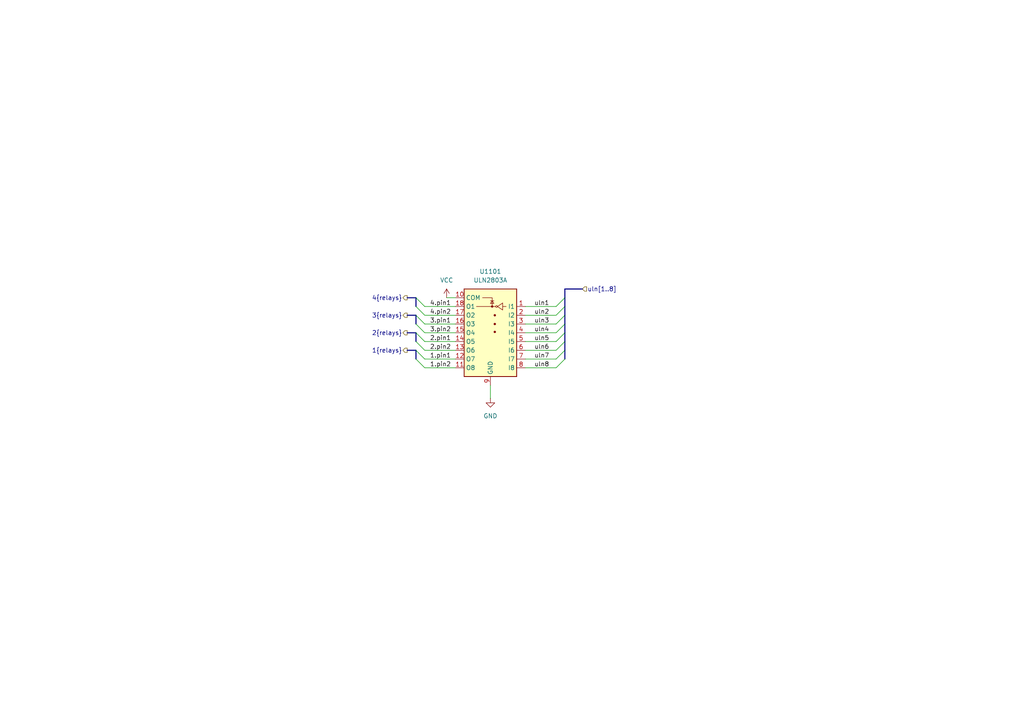
<source format=kicad_sch>
(kicad_sch (version 20231120) (generator "eeschema") (generator_version "8.0")
  (paper "A4")
  (lib_symbols
    (symbol "Transistor_Array:ULN2803A"
      (property "Reference" "U" (at 0 13.335 0))
      (property "Value" "ULN2803A" (at 0 11.43 0))
      (symbol "ULN2803A_0_1"
        (rectangle (start -7.62 -15.24) (end 7.62 10.16) (stroke (width 0.254)) (fill (type background)))
        (circle (center -1.778 5.08) (radius 0.254))
        (circle (center -1.27 -2.286) (radius 0.254) (fill (type outline)))
        (circle (center -1.27 0) (radius 0.254) (fill (type outline)))
        (circle (center -1.27 2.54) (radius 0.254) (fill (type outline)))
        (circle (center -0.508 5.08) (radius 0.254) (fill (type outline)))
        (polyline (pts (xy -4.572 5.08) (xy -3.556 5.08)))
        (polyline (pts (xy -1.524 5.08) (xy 4.064 5.08)))
        (polyline (pts (xy 0 6.731) (xy -1.016 6.731)))
        (polyline (pts (xy -0.508 5.08) (xy -0.508 7.62) (xy 2.286 7.62)))
        (polyline (pts (xy -3.556 6.096) (xy -3.556 4.064) (xy -2.032 5.08) (xy -3.556 6.096)))
        (polyline (pts (xy 0 5.969) (xy -1.016 5.969) (xy -0.508 6.731) (xy 0 5.969)))
      )
      (symbol "ULN2803A_1_1"
        (pin input line (at -10.16 5.08 0) (length 2.54) (name "I1") (number "1"))
        (pin passive line (at 10.16 7.62 180) (length 2.54) (name "COM") (number "10"))
        (pin open_collector line (at 10.16 -12.7 180) (length 2.54) (name "O8") (number "11"))
        (pin open_collector line (at 10.16 -10.16 180) (length 2.54) (name "O7") (number "12"))
        (pin open_collector line (at 10.16 -7.62 180) (length 2.54) (name "O6") (number "13"))
        (pin open_collector line (at 10.16 -5.08 180) (length 2.54) (name "O5") (number "14"))
        (pin open_collector line (at 10.16 -2.54 180) (length 2.54) (name "O4") (number "15"))
        (pin open_collector line (at 10.16 0 180) (length 2.54) (name "O3") (number "16"))
        (pin open_collector line (at 10.16 2.54 180) (length 2.54) (name "O2") (number "17"))
        (pin open_collector line (at 10.16 5.08 180) (length 2.54) (name "O1") (number "18"))
        (pin input line (at -10.16 2.54 0) (length 2.54) (name "I2") (number "2"))
        (pin input line (at -10.16 0 0) (length 2.54) (name "I3") (number "3"))
        (pin input line (at -10.16 -2.54 0) (length 2.54) (name "I4") (number "4"))
        (pin input line (at -10.16 -5.08 0) (length 2.54) (name "I5") (number "5"))
        (pin input line (at -10.16 -7.62 0) (length 2.54) (name "I6") (number "6"))
        (pin input line (at -10.16 -10.16 0) (length 2.54) (name "I7") (number "7"))
        (pin input line (at -10.16 -12.7 0) (length 2.54) (name "I8") (number "8"))
        (pin power_in line (at 0 -17.78 90) (length 2.54) (name "GND") (number "9"))
      )
    )
    (symbol "power:GND" (power) (pin_numbers hide) (pin_names (offset 0) hide)
      (property "Value" "GND" (at 0 -3.81 0))
      (symbol "GND_0_1"
        (polyline (pts (xy 0 0) (xy 0 -1.27) (xy 1.27 -1.27) (xy 0 -2.54) (xy -1.27 -1.27) (xy 0 -1.27)))
      )
      (symbol "GND_1_1"
        (pin power_in line (at 0 0 270) (length 0) (name "~") (number "1"))
      )
    )
    (symbol "power:VCC" (power) (pin_numbers hide) (pin_names (offset 0) hide)
      (property "Value" "VCC" (at 0 3.556 0))
      (symbol "VCC_0_1"
        (polyline (pts (xy -0.762 1.27) (xy 0 2.54)))
        (polyline (pts (xy 0 0) (xy 0 2.54)))
        (polyline (pts (xy 0 2.54) (xy 0.762 1.27)))
      )
      (symbol "VCC_1_1"
        (pin power_in line (at 0 0 90) (length 0) (name "~") (number "1"))
      )
    )
  )
  (bus_alias "relays" (members "pin1" "pin2"))
  (bus_entry (at 161.29 93.98) (size 2.54 -2.54))
  (bus_entry (at 161.29 99.06) (size 2.54 -2.54))
  (bus_entry (at 123.19 91.44) (size -2.54 -2.54))
  (bus_entry (at 161.29 104.14) (size 2.54 -2.54))
  (bus_entry (at 161.29 91.44) (size 2.54 -2.54))
  (bus_entry (at 161.29 88.9) (size 2.54 -2.54))
  (bus_entry (at 123.19 106.68) (size -2.54 -2.54))
  (bus_entry (at 123.19 104.14) (size -2.54 -2.54))
  (bus_entry (at 123.19 101.6) (size -2.54 -2.54))
  (bus_entry (at 161.29 106.68) (size 2.54 -2.54))
  (bus_entry (at 123.19 96.52) (size -2.54 -2.54))
  (bus_entry (at 161.29 96.52) (size 2.54 -2.54))
  (bus_entry (at 123.19 99.06) (size -2.54 -2.54))
  (bus_entry (at 123.19 93.98) (size -2.54 -2.54))
  (bus_entry (at 123.19 88.9) (size -2.54 -2.54))
  (bus_entry (at 161.29 101.6) (size 2.54 -2.54))
  (bus (pts (xy 120.65 96.52) (xy 120.65 99.06)))
  (bus (pts (xy 163.83 88.9) (xy 163.83 86.36)))
  (wire (pts (xy 123.19 101.6) (xy 132.08 101.6)))
  (wire (pts (xy 123.19 106.68) (xy 132.08 106.68)))
  (wire (pts (xy 123.19 88.9) (xy 132.08 88.9)))
  (bus (pts (xy 120.65 101.6) (xy 120.65 104.14)))
  (wire (pts (xy 152.4 91.44) (xy 161.29 91.44)))
  (wire (pts (xy 129.54 86.36) (xy 132.08 86.36)))
  (wire (pts (xy 152.4 93.98) (xy 161.29 93.98)))
  (bus (pts (xy 120.65 86.36) (xy 120.65 88.9)))
  (wire (pts (xy 152.4 99.06) (xy 161.29 99.06)))
  (bus (pts (xy 163.83 101.6) (xy 163.83 99.06)))
  (wire (pts (xy 123.19 99.06) (xy 132.08 99.06)))
  (bus (pts (xy 118.11 86.36) (xy 120.65 86.36)))
  (wire (pts (xy 142.24 111.76) (xy 142.24 115.57)))
  (wire (pts (xy 152.4 106.68) (xy 161.29 106.68)))
  (wire (pts (xy 152.4 96.52) (xy 161.29 96.52)))
  (wire (pts (xy 123.19 104.14) (xy 132.08 104.14)))
  (bus (pts (xy 163.83 104.14) (xy 163.83 101.6)))
  (bus (pts (xy 163.83 99.06) (xy 163.83 96.52)))
  (wire (pts (xy 123.19 96.52) (xy 132.08 96.52)))
  (wire (pts (xy 152.4 101.6) (xy 161.29 101.6)))
  (wire (pts (xy 123.19 91.44) (xy 132.08 91.44)))
  (bus (pts (xy 118.11 101.6) (xy 120.65 101.6)))
  (wire (pts (xy 123.19 93.98) (xy 132.08 93.98)))
  (bus (pts (xy 118.11 91.44) (xy 120.65 91.44)))
  (bus (pts (xy 163.83 96.52) (xy 163.83 93.98)))
  (bus (pts (xy 163.83 91.44) (xy 163.83 88.9)))
  (bus (pts (xy 118.11 96.52) (xy 120.65 96.52)))
  (bus (pts (xy 163.83 86.36) (xy 163.83 83.82)))
  (wire (pts (xy 152.4 88.9) (xy 161.29 88.9)))
  (wire (pts (xy 152.4 104.14) (xy 161.29 104.14)))
  (bus (pts (xy 163.83 93.98) (xy 163.83 91.44)))
  (bus (pts (xy 163.83 83.82) (xy 168.91 83.82)))
  (bus (pts (xy 120.65 91.44) (xy 120.65 93.98)))
  (label "uln3" (at 154.94 93.98 0))
  (label "2.pin2" (at 130.81 101.6 180))
  (label "uln2" (at 154.94 91.44 0))
  (label "uln5" (at 154.94 99.06 0))
  (label "4.pin2" (at 130.81 91.44 180))
  (label "uln4" (at 154.94 96.52 0))
  (label "3.pin1" (at 130.81 93.98 180))
  (label "4.pin1" (at 130.81 88.9 180))
  (label "3.pin2" (at 130.81 96.52 180))
  (label "uln1" (at 154.94 88.9 0))
  (label "uln6" (at 154.94 101.6 0))
  (label "1.pin2" (at 130.81 106.68 180))
  (label "uln7" (at 154.94 104.14 0))
  (label "2.pin1" (at 130.81 99.06 180))
  (label "1.pin1" (at 130.81 104.14 180))
  (label "uln8" (at 154.94 106.68 0))
  (hierarchical_label "4{relays}" (shape output) (at 118.11 86.36 180))
  (hierarchical_label "uln[1..8]" (shape input) (at 168.91 83.82 0))
  (hierarchical_label "1{relays}" (shape output) (at 118.11 101.6 180))
  (hierarchical_label "3{relays}" (shape output) (at 118.11 91.44 180))
  (hierarchical_label "2{relays}" (shape output) (at 118.11 96.52 180))
  (symbol (lib_id "power:GND") (at 142.24 115.57 0) (unit 1)
    (property "Reference" "#PWR012" (effects (hide yes)))
    (property "Value" "GND" (at 142.24 120.65 0))
    (property "Description" "Power symbol creates a global label with name \"GND\" , ground" (effects (hide yes)))
  )
  (symbol (lib_id "power:VCC") (at 129.54 86.36 0) (unit 1)
    (property "Reference" "#PWR028" (effects (hide yes)))
    (property "Value" "VCC" (at 129.54 81.28 0))
    (property "Description" "Power symbol creates a global label with name \"VCC\"" (effects (hide yes)))
  )
  (symbol (lib_id "Transistor_Array:ULN2803A") (at 142.24 93.98 0) (mirror y) (unit 1)
    (property "Reference" "U1101" (at 142.24 78.74 0))
    (property "Value" "ULN2803A" (at 142.24 81.28 0))
    (property "Footprint" "Package_SO:SOIC-18W_7.5x11.6mm_P1.27mm" (effects (hide yes)))
    (property "Datasheet" "http://www.ti.com/lit/ds/symlink/uln2803a.pdf" (effects (hide yes)))
    (property "Description" "Darlington Transistor Arrays, SOIC18/DIP18" (effects (hide yes)))
    (property "JLCPCB Part#" "C181731" (effects (hide yes)))
  )
)
</source>
